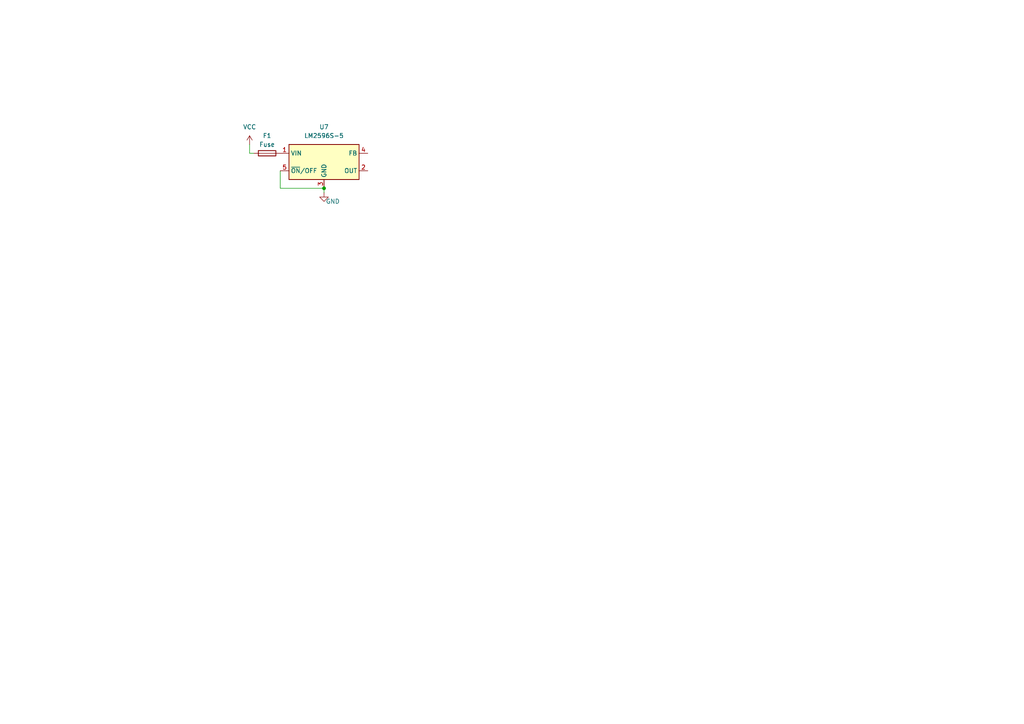
<source format=kicad_sch>
(kicad_sch (version 20230121) (generator eeschema)
  (paper "A4")
  (lib_symbols
    (symbol "Device:Fuse" (pin_numbers hide) (pin_names (offset 0))
      (property "Reference" "F" (at 2.032 0 90))
      (property "Value" "Fuse" (at -1.905 0 90))
      (symbol "Fuse_0_1"
        (rectangle (start -0.762 -2.54) (end 0.762 2.54) (stroke (width 0.254)))
        (polyline (pts (xy 0 2.54) (xy 0 -2.54)))
      )
      (symbol "Fuse_1_1"
        (pin passive line (at 0 3.81 270) (length 1.27) (name "~") (number "1"))
        (pin passive line (at 0 -3.81 90) (length 1.27) (name "~") (number "2"))
      )
    )
    (symbol "Regulator_Switching:LM2596S-5"
      (property "Reference" "U" (at -10.16 6.35 0))
      (property "Value" "LM2596S-5" (at 0 6.35 0))
      (symbol "LM2596S-5_0_1"
        (rectangle (start -10.16 5.08) (end 10.16 -5.08) (stroke (width 0.254)) (fill (type background)))
      )
      (symbol "LM2596S-5_1_1"
        (pin power_in line (at -12.7 2.54 0) (length 2.54) (name "VIN") (number "1"))
        (pin output line (at 12.7 -2.54 180) (length 2.54) (name "OUT") (number "2"))
        (pin power_in line (at 0 -7.62 90) (length 2.54) (name "GND") (number "3"))
        (pin input line (at 12.7 2.54 180) (length 2.54) (name "FB") (number "4"))
        (pin input line (at -12.7 -2.54 0) (length 2.54) (name "~{ON}/OFF") (number "5"))
      )
    )
    (symbol "power:GND" (power) (pin_names (offset 0))
      (property "Value" "GND" (at 0 -3.81 0))
      (symbol "GND_0_1"
        (polyline (pts (xy 0 0) (xy 0 -1.27) (xy 1.27 -1.27) (xy 0 -2.54) (xy -1.27 -1.27) (xy 0 -1.27)))
      )
      (symbol "GND_1_1"
        (pin power_in line (at 0 0 270) (length 0) hide (name "GND") (number "1"))
      )
    )
    (symbol "power:VCC" (power) (pin_names (offset 0))
      (property "Value" "VCC" (at 0 3.81 0))
      (symbol "VCC_0_1"
        (polyline (pts (xy -0.762 1.27) (xy 0 2.54)))
        (polyline (pts (xy 0 0) (xy 0 2.54)))
        (polyline (pts (xy 0 2.54) (xy 0.762 1.27)))
      )
      (symbol "VCC_1_1"
        (pin power_in line (at 0 0 90) (length 0) hide (name "VCC") (number "1"))
      )
    )
  )
  (junction (at 93.98 54.61))
  (wire (pts (xy 93.98 55.88) (xy 93.98 54.61)))
  (wire (pts (xy 81.28 49.53) (xy 81.28 54.61)))
  (wire (pts (xy 72.39 44.45) (xy 73.66 44.45)))
  (wire (pts (xy 81.28 54.61) (xy 93.98 54.61)))
  (wire (pts (xy 72.39 41.91) (xy 72.39 44.45)))
  (symbol (lib_id "power:GND") (at 93.98 55.88 0) (unit 1)
    (property "Reference" "#PWR09" (effects hide))
    (property "Value" "GND" (at 96.52 58.42 0))
    (instances (project "Data acquisition circuit" (path "" (reference "#PWR09") (unit 1)) (path "" (reference "#PWR030") (unit 1))))
  )
  (symbol (lib_id "power:VCC") (at 72.39 41.91 0) (unit 1)
    (property "Reference" "#PWR029" (effects hide))
    (property "Value" "VCC" (at 72.39 36.83 0))
  )
  (symbol (lib_id "Device:Fuse") (at 77.47 44.45 90) (unit 1)
    (property "Reference" "F1" (at 77.47 39.37 90))
    (property "Value" "Fuse" (at 77.47 41.91 90))
  )
  (symbol (lib_id "Regulator_Switching:LM2596S-5") (at 93.98 46.99 0) (unit 1)
    (property "Reference" "U7" (at 93.98 36.83 0))
    (property "Value" "LM2596S-5" (at 93.98 39.37 0))
    (property "Footprint" "Package_TO_SOT_SMD:TO-263-5_TabPin3" (effects hide))
    (property "Datasheet" "http://www.ti.com/lit/ds/symlink/lm2596.pdf" (effects hide))
  )
)
</source>
